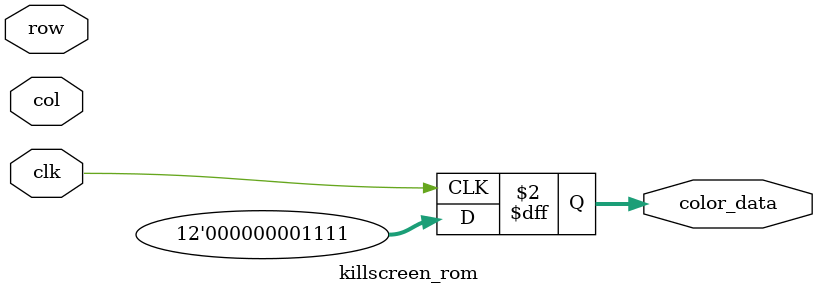
<source format=v>
module killscreen_rom (
    input wire clk,
    input wire [8:0] row,
    input wire [9:0] col,
    output reg [11:0] color_data
);


    always @(posedge clk) begin
		color_data <= 12'b000000001111;
	end	    

endmodule
</source>
